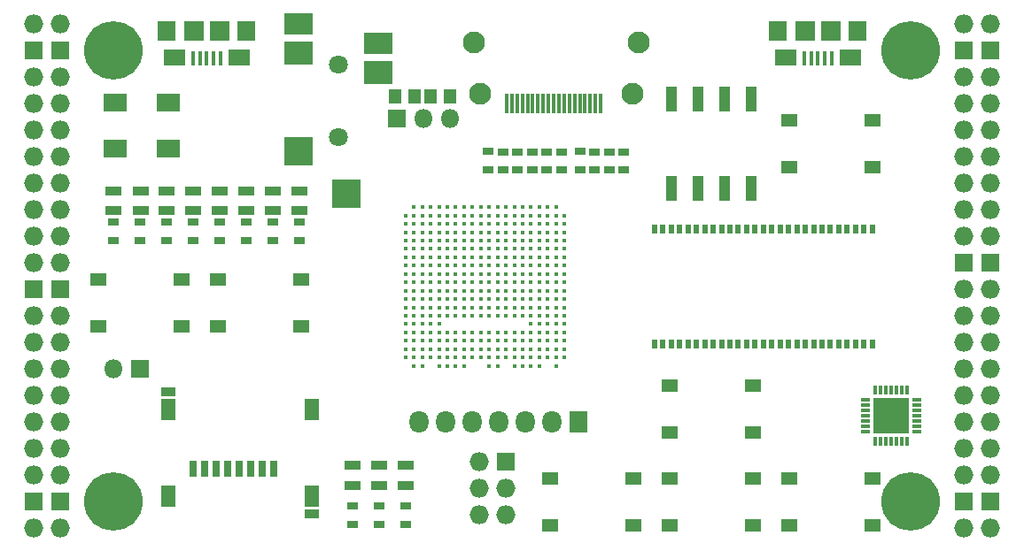
<source format=gts>
G04 #@! TF.GenerationSoftware,KiCad,Pcbnew,5.0.0-rc2+dfsg1-3*
G04 #@! TF.CreationDate,2018-06-27T20:22:52+02:00*
G04 #@! TF.ProjectId,ulx3s,756C7833732E6B696361645F70636200,rev?*
G04 #@! TF.SameCoordinates,Original*
G04 #@! TF.FileFunction,Soldermask,Top*
G04 #@! TF.FilePolarity,Negative*
%FSLAX46Y46*%
G04 Gerber Fmt 4.6, Leading zero omitted, Abs format (unit mm)*
G04 Created by KiCad (PCBNEW 5.0.0-rc2+dfsg1-3) date Wed Jun 27 20:22:52 2018*
%MOMM*%
%LPD*%
G01*
G04 APERTURE LIST*
%ADD10R,0.560000X0.900000*%
%ADD11O,1.827200X1.827200*%
%ADD12R,1.727200X1.727200*%
%ADD13C,5.600000*%
%ADD14O,0.950000X0.400000*%
%ADD15O,0.400000X0.950000*%
%ADD16R,1.675000X1.675000*%
%ADD17R,1.727200X2.032000*%
%ADD18O,1.827200X2.132000*%
%ADD19R,1.550000X1.300000*%
%ADD20R,1.120000X2.440000*%
%ADD21C,0.430000*%
%ADD22R,2.800000X2.000000*%
%ADD23R,2.800000X2.200000*%
%ADD24R,2.800000X2.800000*%
%ADD25C,1.800000*%
%ADD26R,0.700000X1.500000*%
%ADD27R,1.450000X0.900000*%
%ADD28R,1.450000X2.000000*%
%ADD29R,2.200000X1.800000*%
%ADD30R,1.000000X0.670000*%
%ADD31R,1.500000X0.970000*%
%ADD32R,0.300000X1.900000*%
%ADD33C,2.100000*%
%ADD34R,1.700000X1.700000*%
%ADD35O,1.800000X1.800000*%
%ADD36R,1.295000X1.400000*%
%ADD37R,1.800000X1.900000*%
%ADD38R,0.400000X1.350000*%
%ADD39R,1.900000X1.900000*%
%ADD40R,2.100000X1.600000*%
G04 APERTURE END LIST*
D10*
G04 #@! TO.C,U2*
X175493000Y-82270000D03*
X154693000Y-93330000D03*
X155493000Y-93330000D03*
X156293000Y-93330000D03*
X157093000Y-93330000D03*
X157893000Y-93330000D03*
X158693000Y-93330000D03*
X159493000Y-93330000D03*
X160293000Y-93330000D03*
X161093000Y-93330000D03*
X161893000Y-93330000D03*
X162693000Y-93330000D03*
X163493000Y-93330000D03*
X164293000Y-93330000D03*
X165093000Y-93330000D03*
X165893000Y-93330000D03*
X166693000Y-93330000D03*
X167493000Y-93330000D03*
X168293000Y-93330000D03*
X169093000Y-93330000D03*
X169893000Y-93330000D03*
X170693000Y-93330000D03*
X171493000Y-93330000D03*
X172293000Y-93330000D03*
X173093000Y-93330000D03*
X173893000Y-93330000D03*
X174693000Y-93330000D03*
X175493000Y-93330000D03*
X174693000Y-82270000D03*
X173893000Y-82270000D03*
X173093000Y-82270000D03*
X172293000Y-82270000D03*
X171493000Y-82270000D03*
X170693000Y-82270000D03*
X169893000Y-82270000D03*
X169093000Y-82270000D03*
X168293000Y-82270000D03*
X167493000Y-82270000D03*
X166693000Y-82270000D03*
X165893000Y-82270000D03*
X165093000Y-82270000D03*
X164293000Y-82270000D03*
X163493000Y-82270000D03*
X162693000Y-82270000D03*
X161893000Y-82270000D03*
X161093000Y-82270000D03*
X160293000Y-82270000D03*
X159493000Y-82270000D03*
X158693000Y-82270000D03*
X157893000Y-82270000D03*
X157093000Y-82270000D03*
X156293000Y-82270000D03*
X155493000Y-82270000D03*
X154693000Y-82270000D03*
G04 #@! TD*
D11*
G04 #@! TO.C,J1*
X97910000Y-62690000D03*
X95370000Y-62690000D03*
D12*
X97910000Y-65230000D03*
X95370000Y-65230000D03*
D11*
X97910000Y-67770000D03*
X95370000Y-67770000D03*
X97910000Y-70310000D03*
X95370000Y-70310000D03*
X97910000Y-72850000D03*
X95370000Y-72850000D03*
X97910000Y-75390000D03*
X95370000Y-75390000D03*
X97910000Y-77930000D03*
X95370000Y-77930000D03*
X97910000Y-80470000D03*
X95370000Y-80470000D03*
X97910000Y-83010000D03*
X95370000Y-83010000D03*
X97910000Y-85550000D03*
X95370000Y-85550000D03*
D12*
X97910000Y-88090000D03*
X95370000Y-88090000D03*
D11*
X97910000Y-90630000D03*
X95370000Y-90630000D03*
X97910000Y-93170000D03*
X95370000Y-93170000D03*
X97910000Y-95710000D03*
X95370000Y-95710000D03*
X97910000Y-98250000D03*
X95370000Y-98250000D03*
X97910000Y-100790000D03*
X95370000Y-100790000D03*
X97910000Y-103330000D03*
X95370000Y-103330000D03*
X97910000Y-105870000D03*
X95370000Y-105870000D03*
D12*
X97910000Y-108410000D03*
X95370000Y-108410000D03*
D11*
X97910000Y-110950000D03*
X95370000Y-110950000D03*
G04 #@! TD*
G04 #@! TO.C,J2*
X184270000Y-110950000D03*
X186810000Y-110950000D03*
D12*
X184270000Y-108410000D03*
X186810000Y-108410000D03*
D11*
X184270000Y-105870000D03*
X186810000Y-105870000D03*
X184270000Y-103330000D03*
X186810000Y-103330000D03*
X184270000Y-100790000D03*
X186810000Y-100790000D03*
X184270000Y-98250000D03*
X186810000Y-98250000D03*
X184270000Y-95710000D03*
X186810000Y-95710000D03*
X184270000Y-93170000D03*
X186810000Y-93170000D03*
X184270000Y-90630000D03*
X186810000Y-90630000D03*
X184270000Y-88090000D03*
X186810000Y-88090000D03*
D12*
X184270000Y-85550000D03*
X186810000Y-85550000D03*
D11*
X184270000Y-83010000D03*
X186810000Y-83010000D03*
X184270000Y-80470000D03*
X186810000Y-80470000D03*
X184270000Y-77930000D03*
X186810000Y-77930000D03*
X184270000Y-75390000D03*
X186810000Y-75390000D03*
X184270000Y-72850000D03*
X186810000Y-72850000D03*
X184270000Y-70310000D03*
X186810000Y-70310000D03*
X184270000Y-67770000D03*
X186810000Y-67770000D03*
D12*
X184270000Y-65230000D03*
X186810000Y-65230000D03*
D11*
X184270000Y-62690000D03*
X186810000Y-62690000D03*
G04 #@! TD*
D13*
G04 #@! TO.C,H1*
X102990000Y-108410000D03*
G04 #@! TD*
G04 #@! TO.C,H2*
X179190000Y-108410000D03*
G04 #@! TD*
G04 #@! TO.C,H3*
X179190000Y-65230000D03*
G04 #@! TD*
G04 #@! TO.C,H4*
X102990000Y-65230000D03*
G04 #@! TD*
D12*
G04 #@! TO.C,J4*
X140455000Y-104600000D03*
D11*
X137915000Y-104600000D03*
X140455000Y-107140000D03*
X137915000Y-107140000D03*
X140455000Y-109680000D03*
X137915000Y-109680000D03*
G04 #@! TD*
D14*
G04 #@! TO.C,U8*
X179735000Y-101655000D03*
X179735000Y-101155000D03*
X179735000Y-100655000D03*
X179735000Y-100155000D03*
X179735000Y-99655000D03*
X179735000Y-99155000D03*
X179735000Y-98655000D03*
D15*
X178785000Y-97705000D03*
X178285000Y-97705000D03*
X177785000Y-97705000D03*
X177285000Y-97705000D03*
X176785000Y-97705000D03*
X176285000Y-97705000D03*
X175785000Y-97705000D03*
D14*
X174835000Y-98655000D03*
X174835000Y-99155000D03*
X174835000Y-99655000D03*
X174835000Y-100155000D03*
X174835000Y-100655000D03*
X174835000Y-101155000D03*
X174835000Y-101655000D03*
D15*
X175785000Y-102605000D03*
X176285000Y-102605000D03*
X176785000Y-102605000D03*
X177285000Y-102605000D03*
X177785000Y-102605000D03*
X178285000Y-102605000D03*
X178785000Y-102605000D03*
D16*
X176447500Y-99317500D03*
X176447500Y-100992500D03*
X178122500Y-99317500D03*
X178122500Y-100992500D03*
G04 #@! TD*
D17*
G04 #@! TO.C,OLED1*
X147440000Y-100790000D03*
D18*
X144900000Y-100790000D03*
X142360000Y-100790000D03*
X139820000Y-100790000D03*
X137280000Y-100790000D03*
X134740000Y-100790000D03*
X132200000Y-100790000D03*
G04 #@! TD*
D19*
G04 #@! TO.C,BTN0*
X175550000Y-71870000D03*
X175550000Y-76370000D03*
X167590000Y-76370000D03*
X167590000Y-71870000D03*
G04 #@! TD*
G04 #@! TO.C,BTN1*
X101550000Y-91610000D03*
X101550000Y-87110000D03*
X109510000Y-87110000D03*
X109510000Y-91610000D03*
G04 #@! TD*
G04 #@! TO.C,BTN2*
X112980000Y-91610000D03*
X112980000Y-87110000D03*
X120940000Y-87110000D03*
X120940000Y-91610000D03*
G04 #@! TD*
G04 #@! TO.C,BTN3*
X156160000Y-101770000D03*
X156160000Y-97270000D03*
X164120000Y-97270000D03*
X164120000Y-101770000D03*
G04 #@! TD*
G04 #@! TO.C,BTN4*
X164120000Y-106160000D03*
X164120000Y-110660000D03*
X156160000Y-110660000D03*
X156160000Y-106160000D03*
G04 #@! TD*
G04 #@! TO.C,BTN5*
X152690000Y-106160000D03*
X152690000Y-110660000D03*
X144730000Y-110660000D03*
X144730000Y-106160000D03*
G04 #@! TD*
G04 #@! TO.C,BTN6*
X175550000Y-106160000D03*
X175550000Y-110660000D03*
X167590000Y-110660000D03*
X167590000Y-106160000D03*
G04 #@! TD*
D20*
G04 #@! TO.C,SW1*
X156330000Y-78425000D03*
X163950000Y-69815000D03*
X158870000Y-78425000D03*
X161410000Y-69815000D03*
X161410000Y-78425000D03*
X158870000Y-69815000D03*
X163950000Y-78425000D03*
X156330000Y-69815000D03*
G04 #@! TD*
D21*
G04 #@! TO.C,U1*
X131680000Y-80200000D03*
X132480000Y-80200000D03*
X133280000Y-80200000D03*
X134080000Y-80200000D03*
X134880000Y-80200000D03*
X135680000Y-80200000D03*
X136480000Y-80200000D03*
X137280000Y-80200000D03*
X138080000Y-80200000D03*
X138880000Y-80200000D03*
X139680000Y-80200000D03*
X140480000Y-80200000D03*
X141280000Y-80200000D03*
X142080000Y-80200000D03*
X142880000Y-80200000D03*
X143680000Y-80200000D03*
X144480000Y-80200000D03*
X145280000Y-80200000D03*
X130880000Y-81000000D03*
X131680000Y-81000000D03*
X132480000Y-81000000D03*
X133280000Y-81000000D03*
X134080000Y-81000000D03*
X134880000Y-81000000D03*
X135680000Y-81000000D03*
X136480000Y-81000000D03*
X137280000Y-81000000D03*
X138080000Y-81000000D03*
X138880000Y-81000000D03*
X139680000Y-81000000D03*
X140480000Y-81000000D03*
X141280000Y-81000000D03*
X142080000Y-81000000D03*
X142880000Y-81000000D03*
X143680000Y-81000000D03*
X144480000Y-81000000D03*
X145280000Y-81000000D03*
X146080000Y-81000000D03*
X130880000Y-81800000D03*
X131680000Y-81800000D03*
X132480000Y-81800000D03*
X133280000Y-81800000D03*
X134080000Y-81800000D03*
X134880000Y-81800000D03*
X135680000Y-81800000D03*
X136480000Y-81800000D03*
X137280000Y-81800000D03*
X138080000Y-81800000D03*
X138880000Y-81800000D03*
X139680000Y-81800000D03*
X140480000Y-81800000D03*
X141280000Y-81800000D03*
X142080000Y-81800000D03*
X142880000Y-81800000D03*
X143680000Y-81800000D03*
X144480000Y-81800000D03*
X145280000Y-81800000D03*
X146080000Y-81800000D03*
X130880000Y-82600000D03*
X131680000Y-82600000D03*
X132480000Y-82600000D03*
X133280000Y-82600000D03*
X134080000Y-82600000D03*
X134880000Y-82600000D03*
X135680000Y-82600000D03*
X136480000Y-82600000D03*
X137280000Y-82600000D03*
X138080000Y-82600000D03*
X138880000Y-82600000D03*
X139680000Y-82600000D03*
X140480000Y-82600000D03*
X141280000Y-82600000D03*
X142080000Y-82600000D03*
X142880000Y-82600000D03*
X143680000Y-82600000D03*
X144480000Y-82600000D03*
X145280000Y-82600000D03*
X146080000Y-82600000D03*
X130880000Y-83400000D03*
X131680000Y-83400000D03*
X132480000Y-83400000D03*
X133280000Y-83400000D03*
X134080000Y-83400000D03*
X134880000Y-83400000D03*
X135680000Y-83400000D03*
X136480000Y-83400000D03*
X137280000Y-83400000D03*
X138080000Y-83400000D03*
X138880000Y-83400000D03*
X139680000Y-83400000D03*
X140480000Y-83400000D03*
X141280000Y-83400000D03*
X142080000Y-83400000D03*
X142880000Y-83400000D03*
X143680000Y-83400000D03*
X144480000Y-83400000D03*
X145280000Y-83400000D03*
X146080000Y-83400000D03*
X130880000Y-84200000D03*
X131680000Y-84200000D03*
X132480000Y-84200000D03*
X133280000Y-84200000D03*
X134080000Y-84200000D03*
X134880000Y-84200000D03*
X135680000Y-84200000D03*
X136480000Y-84200000D03*
X137280000Y-84200000D03*
X138080000Y-84200000D03*
X138880000Y-84200000D03*
X139680000Y-84200000D03*
X140480000Y-84200000D03*
X141280000Y-84200000D03*
X142080000Y-84200000D03*
X142880000Y-84200000D03*
X143680000Y-84200000D03*
X144480000Y-84200000D03*
X145280000Y-84200000D03*
X146080000Y-84200000D03*
X130880000Y-85000000D03*
X131680000Y-85000000D03*
X132480000Y-85000000D03*
X133280000Y-85000000D03*
X134080000Y-85000000D03*
X134880000Y-85000000D03*
X135680000Y-85000000D03*
X136480000Y-85000000D03*
X137280000Y-85000000D03*
X138080000Y-85000000D03*
X138880000Y-85000000D03*
X139680000Y-85000000D03*
X140480000Y-85000000D03*
X141280000Y-85000000D03*
X142080000Y-85000000D03*
X142880000Y-85000000D03*
X143680000Y-85000000D03*
X144480000Y-85000000D03*
X145280000Y-85000000D03*
X146080000Y-85000000D03*
X130880000Y-85800000D03*
X131680000Y-85800000D03*
X132480000Y-85800000D03*
X133280000Y-85800000D03*
X134080000Y-85800000D03*
X134880000Y-85800000D03*
X135680000Y-85800000D03*
X136480000Y-85800000D03*
X137280000Y-85800000D03*
X138080000Y-85800000D03*
X138880000Y-85800000D03*
X139680000Y-85800000D03*
X140480000Y-85800000D03*
X141280000Y-85800000D03*
X142080000Y-85800000D03*
X142880000Y-85800000D03*
X143680000Y-85800000D03*
X144480000Y-85800000D03*
X145280000Y-85800000D03*
X146080000Y-85800000D03*
X130880000Y-86600000D03*
X131680000Y-86600000D03*
X132480000Y-86600000D03*
X133280000Y-86600000D03*
X134080000Y-86600000D03*
X134880000Y-86600000D03*
X135680000Y-86600000D03*
X136480000Y-86600000D03*
X137280000Y-86600000D03*
X138080000Y-86600000D03*
X138880000Y-86600000D03*
X139680000Y-86600000D03*
X140480000Y-86600000D03*
X141280000Y-86600000D03*
X142080000Y-86600000D03*
X142880000Y-86600000D03*
X143680000Y-86600000D03*
X144480000Y-86600000D03*
X145280000Y-86600000D03*
X146080000Y-86600000D03*
X130880000Y-87400000D03*
X131680000Y-87400000D03*
X132480000Y-87400000D03*
X133280000Y-87400000D03*
X134080000Y-87400000D03*
X134880000Y-87400000D03*
X135680000Y-87400000D03*
X136480000Y-87400000D03*
X137280000Y-87400000D03*
X138080000Y-87400000D03*
X138880000Y-87400000D03*
X139680000Y-87400000D03*
X140480000Y-87400000D03*
X141280000Y-87400000D03*
X142080000Y-87400000D03*
X142880000Y-87400000D03*
X143680000Y-87400000D03*
X144480000Y-87400000D03*
X145280000Y-87400000D03*
X146080000Y-87400000D03*
X130880000Y-88200000D03*
X131680000Y-88200000D03*
X132480000Y-88200000D03*
X133280000Y-88200000D03*
X134080000Y-88200000D03*
X134880000Y-88200000D03*
X135680000Y-88200000D03*
X136480000Y-88200000D03*
X137280000Y-88200000D03*
X138080000Y-88200000D03*
X138880000Y-88200000D03*
X139680000Y-88200000D03*
X140480000Y-88200000D03*
X141280000Y-88200000D03*
X142080000Y-88200000D03*
X142880000Y-88200000D03*
X143680000Y-88200000D03*
X144480000Y-88200000D03*
X145280000Y-88200000D03*
X146080000Y-88200000D03*
X130880000Y-89000000D03*
X131680000Y-89000000D03*
X132480000Y-89000000D03*
X133280000Y-89000000D03*
X134080000Y-89000000D03*
X134880000Y-89000000D03*
X135680000Y-89000000D03*
X136480000Y-89000000D03*
X137280000Y-89000000D03*
X138080000Y-89000000D03*
X138880000Y-89000000D03*
X139680000Y-89000000D03*
X140480000Y-89000000D03*
X141280000Y-89000000D03*
X142080000Y-89000000D03*
X142880000Y-89000000D03*
X143680000Y-89000000D03*
X144480000Y-89000000D03*
X145280000Y-89000000D03*
X146080000Y-89000000D03*
X130880000Y-89800000D03*
X131680000Y-89800000D03*
X132480000Y-89800000D03*
X133280000Y-89800000D03*
X134080000Y-89800000D03*
X134880000Y-89800000D03*
X135680000Y-89800000D03*
X136480000Y-89800000D03*
X137280000Y-89800000D03*
X138080000Y-89800000D03*
X138880000Y-89800000D03*
X139680000Y-89800000D03*
X140480000Y-89800000D03*
X141280000Y-89800000D03*
X142080000Y-89800000D03*
X142880000Y-89800000D03*
X143680000Y-89800000D03*
X144480000Y-89800000D03*
X145280000Y-89800000D03*
X146080000Y-89800000D03*
X130880000Y-90600000D03*
X131680000Y-90600000D03*
X132480000Y-90600000D03*
X133280000Y-90600000D03*
X134080000Y-90600000D03*
X134880000Y-90600000D03*
X135680000Y-90600000D03*
X136480000Y-90600000D03*
X137280000Y-90600000D03*
X138080000Y-90600000D03*
X138880000Y-90600000D03*
X139680000Y-90600000D03*
X140480000Y-90600000D03*
X141280000Y-90600000D03*
X142080000Y-90600000D03*
X142880000Y-90600000D03*
X143680000Y-90600000D03*
X144480000Y-90600000D03*
X145280000Y-90600000D03*
X146080000Y-90600000D03*
X130880000Y-91400000D03*
X131680000Y-91400000D03*
X132480000Y-91400000D03*
X133280000Y-91400000D03*
X134080000Y-91400000D03*
X142880000Y-91400000D03*
X143680000Y-91400000D03*
X144480000Y-91400000D03*
X145280000Y-91400000D03*
X146080000Y-91400000D03*
X130880000Y-92200000D03*
X131680000Y-92200000D03*
X132480000Y-92200000D03*
X133280000Y-92200000D03*
X134080000Y-92200000D03*
X134880000Y-92200000D03*
X135680000Y-92200000D03*
X136480000Y-92200000D03*
X137280000Y-92200000D03*
X138080000Y-92200000D03*
X138880000Y-92200000D03*
X139680000Y-92200000D03*
X140480000Y-92200000D03*
X141280000Y-92200000D03*
X142080000Y-92200000D03*
X142880000Y-92200000D03*
X143680000Y-92200000D03*
X144480000Y-92200000D03*
X145280000Y-92200000D03*
X146080000Y-92200000D03*
X130880000Y-93000000D03*
X131680000Y-93000000D03*
X132480000Y-93000000D03*
X133280000Y-93000000D03*
X134080000Y-93000000D03*
X134880000Y-93000000D03*
X135680000Y-93000000D03*
X136480000Y-93000000D03*
X137280000Y-93000000D03*
X138080000Y-93000000D03*
X138880000Y-93000000D03*
X139680000Y-93000000D03*
X140480000Y-93000000D03*
X141280000Y-93000000D03*
X142080000Y-93000000D03*
X142880000Y-93000000D03*
X143680000Y-93000000D03*
X144480000Y-93000000D03*
X145280000Y-93000000D03*
X146080000Y-93000000D03*
X130880000Y-93800000D03*
X131680000Y-93800000D03*
X132480000Y-93800000D03*
X133280000Y-93800000D03*
X134080000Y-93800000D03*
X134880000Y-93800000D03*
X135680000Y-93800000D03*
X136480000Y-93800000D03*
X137280000Y-93800000D03*
X138080000Y-93800000D03*
X138880000Y-93800000D03*
X139680000Y-93800000D03*
X140480000Y-93800000D03*
X141280000Y-93800000D03*
X142080000Y-93800000D03*
X142880000Y-93800000D03*
X143680000Y-93800000D03*
X144480000Y-93800000D03*
X145280000Y-93800000D03*
X146080000Y-93800000D03*
X130880000Y-94600000D03*
X131680000Y-94600000D03*
X132480000Y-94600000D03*
X133280000Y-94600000D03*
X134080000Y-94600000D03*
X134880000Y-94600000D03*
X135680000Y-94600000D03*
X136480000Y-94600000D03*
X137280000Y-94600000D03*
X138080000Y-94600000D03*
X138880000Y-94600000D03*
X139680000Y-94600000D03*
X140480000Y-94600000D03*
X141280000Y-94600000D03*
X142080000Y-94600000D03*
X142880000Y-94600000D03*
X143680000Y-94600000D03*
X144480000Y-94600000D03*
X145280000Y-94600000D03*
X146080000Y-94600000D03*
X131680000Y-95400000D03*
X132480000Y-95400000D03*
X134080000Y-95400000D03*
X134880000Y-95400000D03*
X135680000Y-95400000D03*
X136480000Y-95400000D03*
X138880000Y-95400000D03*
X139680000Y-95400000D03*
X141280000Y-95400000D03*
X142080000Y-95400000D03*
X142880000Y-95400000D03*
X143680000Y-95400000D03*
X145280000Y-95400000D03*
G04 #@! TD*
D22*
G04 #@! TO.C,AUDIO1*
X120668000Y-62618000D03*
D23*
X120668000Y-65418000D03*
D24*
X120668000Y-74818000D03*
X125218000Y-78918000D03*
D23*
X128268000Y-67318000D03*
D22*
X128268000Y-64518000D03*
D25*
X124468000Y-66518000D03*
X124468000Y-73518000D03*
G04 #@! TD*
D26*
G04 #@! TO.C,SD1*
X118250000Y-105250000D03*
X117150000Y-105250000D03*
X116050000Y-105250000D03*
X114950000Y-105250000D03*
X113850000Y-105250000D03*
X112750000Y-105250000D03*
X111650000Y-105250000D03*
X110550000Y-105250000D03*
D27*
X121925000Y-109550000D03*
X108175000Y-97850000D03*
D28*
X108175000Y-107850000D03*
X121925000Y-107850000D03*
X121925000Y-99550000D03*
X108175000Y-99550000D03*
G04 #@! TD*
D29*
G04 #@! TO.C,Y1*
X108212000Y-70160000D03*
X103132000Y-70160000D03*
X103132000Y-74560000D03*
X108212000Y-74560000D03*
G04 #@! TD*
D30*
G04 #@! TO.C,C36*
X150361000Y-76646000D03*
X150361000Y-74896000D03*
G04 #@! TD*
G04 #@! TO.C,C37*
X151758000Y-74896000D03*
X151758000Y-76646000D03*
G04 #@! TD*
G04 #@! TO.C,C38*
X140201000Y-74896000D03*
X140201000Y-76646000D03*
G04 #@! TD*
G04 #@! TO.C,C39*
X142995000Y-76646000D03*
X142995000Y-74896000D03*
G04 #@! TD*
G04 #@! TO.C,C40*
X145789000Y-76646000D03*
X145789000Y-74896000D03*
G04 #@! TD*
G04 #@! TO.C,C41*
X148964000Y-74896000D03*
X148964000Y-76646000D03*
G04 #@! TD*
G04 #@! TO.C,C42*
X138742800Y-76638600D03*
X138742800Y-74888600D03*
G04 #@! TD*
G04 #@! TO.C,C43*
X141598000Y-74896000D03*
X141598000Y-76646000D03*
G04 #@! TD*
G04 #@! TO.C,C44*
X144392000Y-74896000D03*
X144392000Y-76646000D03*
G04 #@! TD*
G04 #@! TO.C,C45*
X147567000Y-76634000D03*
X147567000Y-74884000D03*
G04 #@! TD*
D31*
G04 #@! TO.C,D19*
X130930000Y-106825000D03*
X130930000Y-104915000D03*
G04 #@! TD*
G04 #@! TO.C,D0*
X120770000Y-78644000D03*
X120770000Y-80554000D03*
G04 #@! TD*
G04 #@! TO.C,D1*
X118230000Y-80554000D03*
X118230000Y-78644000D03*
G04 #@! TD*
G04 #@! TO.C,D2*
X115690000Y-78644000D03*
X115690000Y-80554000D03*
G04 #@! TD*
G04 #@! TO.C,D3*
X113150000Y-78644000D03*
X113150000Y-80554000D03*
G04 #@! TD*
G04 #@! TO.C,D4*
X110610000Y-80554000D03*
X110610000Y-78644000D03*
G04 #@! TD*
G04 #@! TO.C,D5*
X108070000Y-80554000D03*
X108070000Y-78644000D03*
G04 #@! TD*
G04 #@! TO.C,D6*
X105545000Y-78644000D03*
X105545000Y-80554000D03*
G04 #@! TD*
G04 #@! TO.C,D7*
X102990000Y-80554000D03*
X102990000Y-78644000D03*
G04 #@! TD*
G04 #@! TO.C,D18*
X128390000Y-106825000D03*
X128390000Y-104915000D03*
G04 #@! TD*
G04 #@! TO.C,D22*
X125850000Y-104915000D03*
X125850000Y-106825000D03*
G04 #@! TD*
D32*
G04 #@! TO.C,GPDI1*
X149546000Y-70312000D03*
X149046000Y-70312000D03*
X148546000Y-70312000D03*
X148046000Y-70312000D03*
X147546000Y-70312000D03*
X147046000Y-70312000D03*
X146546000Y-70312000D03*
X146046000Y-70312000D03*
X145546000Y-70312000D03*
X145046000Y-70312000D03*
X144546000Y-70312000D03*
X144046000Y-70312000D03*
X143546000Y-70312000D03*
X143046000Y-70312000D03*
X142546000Y-70312000D03*
X142046000Y-70312000D03*
X141546000Y-70312000D03*
X141046000Y-70312000D03*
X140546000Y-70312000D03*
D33*
X152546000Y-69312000D03*
X138046000Y-69312000D03*
X153146000Y-64412000D03*
X137446000Y-64412000D03*
G04 #@! TD*
D30*
G04 #@! TO.C,R41*
X120770000Y-83377000D03*
X120770000Y-81627000D03*
G04 #@! TD*
G04 #@! TO.C,R42*
X118230000Y-81627000D03*
X118230000Y-83377000D03*
G04 #@! TD*
G04 #@! TO.C,R43*
X115690000Y-83377000D03*
X115690000Y-81627000D03*
G04 #@! TD*
G04 #@! TO.C,R44*
X113150000Y-81627000D03*
X113150000Y-83377000D03*
G04 #@! TD*
G04 #@! TO.C,R45*
X110610000Y-81627000D03*
X110610000Y-83377000D03*
G04 #@! TD*
G04 #@! TO.C,R46*
X108070000Y-83377000D03*
X108070000Y-81627000D03*
G04 #@! TD*
G04 #@! TO.C,R47*
X105530000Y-81627000D03*
X105530000Y-83377000D03*
G04 #@! TD*
G04 #@! TO.C,R48*
X102990000Y-83377000D03*
X102990000Y-81627000D03*
G04 #@! TD*
G04 #@! TO.C,R36*
X128390000Y-110555000D03*
X128390000Y-108805000D03*
G04 #@! TD*
G04 #@! TO.C,R37*
X130930000Y-110555000D03*
X130930000Y-108805000D03*
G04 #@! TD*
G04 #@! TO.C,R62*
X125850000Y-108805000D03*
X125850000Y-110555000D03*
G04 #@! TD*
D34*
G04 #@! TO.C,J3*
X105530000Y-95710000D03*
D35*
X102990000Y-95710000D03*
G04 #@! TD*
D34*
G04 #@! TO.C,J5*
X130056000Y-71725000D03*
D35*
X132596000Y-71725000D03*
X135136000Y-71725000D03*
G04 #@! TD*
D36*
G04 #@! TO.C,RV2*
X131785500Y-69566000D03*
X129850500Y-69566000D03*
G04 #@! TD*
G04 #@! TO.C,RV3*
X133231000Y-69566000D03*
X135166000Y-69566000D03*
G04 #@! TD*
D37*
G04 #@! TO.C,US1*
X108080000Y-63325000D03*
X115680000Y-63325000D03*
D38*
X110580000Y-66000000D03*
X111230000Y-66000000D03*
X111880000Y-66000000D03*
X112530000Y-66000000D03*
X113180000Y-66000000D03*
D39*
X110680000Y-63325000D03*
X113080000Y-63325000D03*
D40*
X108780000Y-65875000D03*
X114980000Y-65875000D03*
G04 #@! TD*
G04 #@! TO.C,US2*
X173400000Y-65875000D03*
X167200000Y-65875000D03*
D39*
X171500000Y-63325000D03*
X169100000Y-63325000D03*
D38*
X171600000Y-66000000D03*
X170950000Y-66000000D03*
X170300000Y-66000000D03*
X169650000Y-66000000D03*
X169000000Y-66000000D03*
D37*
X174100000Y-63325000D03*
X166500000Y-63325000D03*
G04 #@! TD*
M02*

</source>
